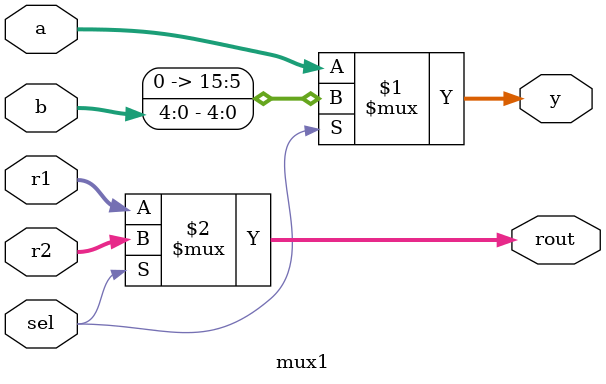
<source format=v>

module mux1( sel, a, b, y, r1, r2, rout );
    input sel;
    input [15:0] a;
	input [4:0] b, r1, r2;
	
    output [15:0] y;
	output [4:0] rout;

    assign y = sel ? { {11'b0}, b } : a;
	assign rout = sel ? r2 : r1;
endmodule

</source>
